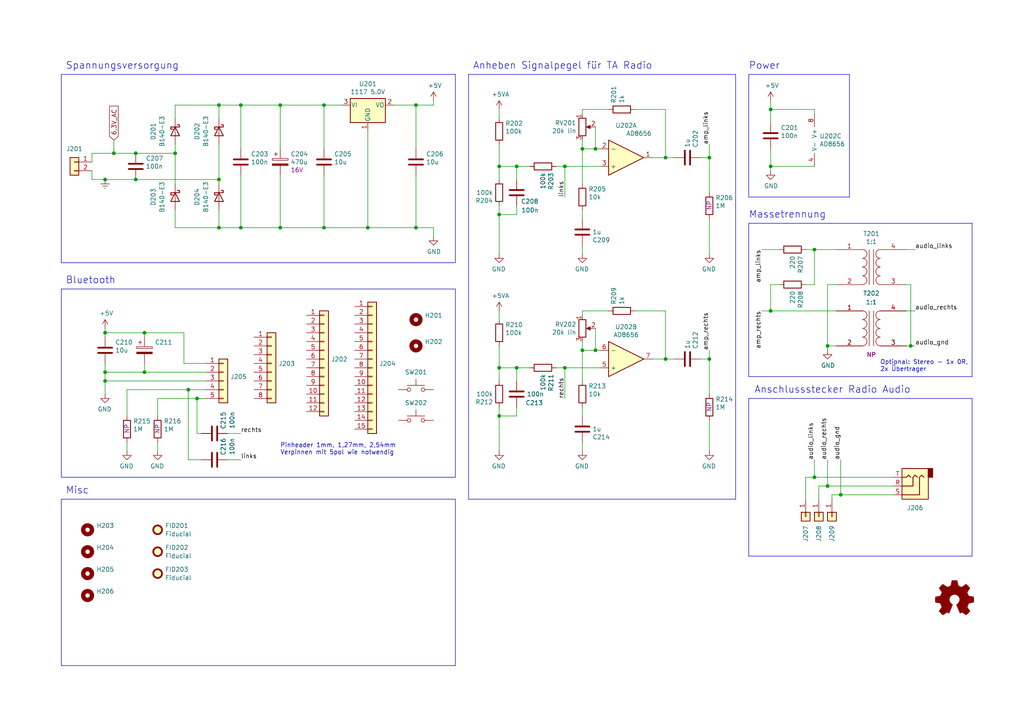
<source format=kicad_sch>
(kicad_sch (version 20230121) (generator eeschema)
  (paper "A4")
  (title_block (title "Reparaturhelfer") (date "2024-01-04") (rev "1-a") (comment 1 "Vereinfachung der Reparatur von Röhrenradios, ") (comment 2 "Erweiterung um Bluetooth."))
  (lib_symbols
    (symbol "Connector:AudioJack3"
      (property "Reference" "J" (at 0 8.89 0))
      (property "Value" "AudioJack3" (at 0 6.35 0))
      (symbol "AudioJack3_1_1"
        (pin passive line (at 5.08 0 180) (length 2.54) (name "~") (number "R"))
        (pin passive line (at 5.08 2.54 180) (length 2.54) (name "~") (number "S"))
        (pin passive line (at 5.08 -2.54 180) (length 2.54) (name "~") (number "T"))
      )
    )
    (symbol "Connector_Generic:Conn_01x01" (pin_names (offset 1.016) hide)
      (property "Reference" "J" (at 0 2.54 0))
      (property "Value" "Conn_01x01" (at 0 -2.54 0))
      (symbol "Conn_01x01_1_1"
        (pin passive line (at -5.08 0 0) (length 3.81) (name "Pin_1") (number "1"))
      )
    )
    (symbol "Connector_Generic:Conn_01x02" (pin_names (offset 1.016) hide)
      (property "Reference" "J" (at 0 2.54 0))
      (property "Value" "Conn_01x02" (at 0 -5.08 0))
      (symbol "Conn_01x02_1_1"
        (pin passive line (at -5.08 0 0) (length 3.81) (name "Pin_1") (number "1"))
        (pin passive line (at -5.08 -2.54 0) (length 3.81) (name "Pin_2") (number "2"))
      )
    )
    (symbol "Connector_Generic:Conn_01x05" (pin_names (offset 1.016) hide)
      (property "Reference" "J" (at 0 7.62 0))
      (property "Value" "Conn_01x05" (at 0 -7.62 0))
      (symbol "Conn_01x05_1_1"
        (pin passive line (at -5.08 5.08 0) (length 3.81) (name "Pin_1") (number "1"))
        (pin passive line (at -5.08 2.54 0) (length 3.81) (name "Pin_2") (number "2"))
        (pin passive line (at -5.08 0 0) (length 3.81) (name "Pin_3") (number "3"))
        (pin passive line (at -5.08 -2.54 0) (length 3.81) (name "Pin_4") (number "4"))
        (pin passive line (at -5.08 -5.08 0) (length 3.81) (name "Pin_5") (number "5"))
      )
    )
    (symbol "Connector_Generic:Conn_01x08" (pin_names (offset 1.016) hide)
      (property "Reference" "J" (at 0 10.16 0))
      (property "Value" "Conn_01x08" (at 0 -12.7 0))
      (symbol "Conn_01x08_1_1"
        (pin passive line (at -5.08 7.62 0) (length 3.81) (name "Pin_1") (number "1"))
        (pin passive line (at -5.08 5.08 0) (length 3.81) (name "Pin_2") (number "2"))
        (pin passive line (at -5.08 2.54 0) (length 3.81) (name "Pin_3") (number "3"))
        (pin passive line (at -5.08 0 0) (length 3.81) (name "Pin_4") (number "4"))
        (pin passive line (at -5.08 -2.54 0) (length 3.81) (name "Pin_5") (number "5"))
        (pin passive line (at -5.08 -5.08 0) (length 3.81) (name "Pin_6") (number "6"))
        (pin passive line (at -5.08 -7.62 0) (length 3.81) (name "Pin_7") (number "7"))
        (pin passive line (at -5.08 -10.16 0) (length 3.81) (name "Pin_8") (number "8"))
      )
    )
    (symbol "Connector_Generic:Conn_01x12" (pin_names (offset 1.016) hide)
      (property "Reference" "J" (at 0 15.24 0))
      (property "Value" "Conn_01x12" (at 0 -17.78 0))
      (symbol "Conn_01x12_1_1"
        (pin passive line (at -5.08 12.7 0) (length 3.81) (name "Pin_1") (number "1"))
        (pin passive line (at -5.08 -10.16 0) (length 3.81) (name "Pin_10") (number "10"))
        (pin passive line (at -5.08 -12.7 0) (length 3.81) (name "Pin_11") (number "11"))
        (pin passive line (at -5.08 -15.24 0) (length 3.81) (name "Pin_12") (number "12"))
        (pin passive line (at -5.08 10.16 0) (length 3.81) (name "Pin_2") (number "2"))
        (pin passive line (at -5.08 7.62 0) (length 3.81) (name "Pin_3") (number "3"))
        (pin passive line (at -5.08 5.08 0) (length 3.81) (name "Pin_4") (number "4"))
        (pin passive line (at -5.08 2.54 0) (length 3.81) (name "Pin_5") (number "5"))
        (pin passive line (at -5.08 0 0) (length 3.81) (name "Pin_6") (number "6"))
        (pin passive line (at -5.08 -2.54 0) (length 3.81) (name "Pin_7") (number "7"))
        (pin passive line (at -5.08 -5.08 0) (length 3.81) (name "Pin_8") (number "8"))
        (pin passive line (at -5.08 -7.62 0) (length 3.81) (name "Pin_9") (number "9"))
      )
    )
    (symbol "Connector_Generic:Conn_01x15" (pin_names (offset 1.016) hide)
      (property "Reference" "J" (at 0 20.32 0))
      (property "Value" "Conn_01x15" (at 0 -20.32 0))
      (symbol "Conn_01x15_1_1"
        (pin passive line (at -5.08 17.78 0) (length 3.81) (name "Pin_1") (number "1"))
        (pin passive line (at -5.08 -5.08 0) (length 3.81) (name "Pin_10") (number "10"))
        (pin passive line (at -5.08 -7.62 0) (length 3.81) (name "Pin_11") (number "11"))
        (pin passive line (at -5.08 -10.16 0) (length 3.81) (name "Pin_12") (number "12"))
        (pin passive line (at -5.08 -12.7 0) (length 3.81) (name "Pin_13") (number "13"))
        (pin passive line (at -5.08 -15.24 0) (length 3.81) (name "Pin_14") (number "14"))
        (pin passive line (at -5.08 -17.78 0) (length 3.81) (name "Pin_15") (number "15"))
        (pin passive line (at -5.08 15.24 0) (length 3.81) (name "Pin_2") (number "2"))
        (pin passive line (at -5.08 12.7 0) (length 3.81) (name "Pin_3") (number "3"))
        (pin passive line (at -5.08 10.16 0) (length 3.81) (name "Pin_4") (number "4"))
        (pin passive line (at -5.08 7.62 0) (length 3.81) (name "Pin_5") (number "5"))
        (pin passive line (at -5.08 5.08 0) (length 3.81) (name "Pin_6") (number "6"))
        (pin passive line (at -5.08 2.54 0) (length 3.81) (name "Pin_7") (number "7"))
        (pin passive line (at -5.08 0 0) (length 3.81) (name "Pin_8") (number "8"))
        (pin passive line (at -5.08 -2.54 0) (length 3.81) (name "Pin_9") (number "9"))
      )
    )
    (symbol "Device:C" (pin_numbers hide) (pin_names (offset 0.254))
      (property "Reference" "C" (at 0.635 2.54 0))
      (property "Value" "C" (at 0.635 -2.54 0))
      (symbol "C_1_1"
        (pin passive line (at 0 3.81 270) (length 2.794) (name "~") (number "1"))
        (pin passive line (at 0 -3.81 90) (length 2.794) (name "~") (number "2"))
      )
    )
    (symbol "Device:R" (pin_numbers hide) (pin_names (offset 0))
      (property "Reference" "R" (at 2.032 0 90))
      (property "Value" "R" (at 0 0 90))
      (symbol "R_1_1"
        (pin passive line (at 0 3.81 270) (length 1.27) (name "~") (number "1"))
        (pin passive line (at 0 -3.81 90) (length 1.27) (name "~") (number "2"))
      )
    )
    (symbol "Device:Transformer_1P_1S" (pin_names (offset 1.016) hide)
      (property "Reference" "T" (at 0 6.35 0))
      (property "Value" "Transformer_1P_1S" (at 0 -7.62 0))
      (symbol "Transformer_1P_1S_1_1"
        (pin passive line (at -10.16 5.08 0) (length 7.62) (name "AA") (number "1"))
        (pin passive line (at -10.16 -5.08 0) (length 7.62) (name "AB") (number "2"))
        (pin passive line (at 10.16 -5.08 180) (length 7.62) (name "SA") (number "3"))
        (pin passive line (at 10.16 5.08 180) (length 7.62) (name "SB") (number "4"))
      )
    )
    (symbol "Diode:B140-E3" (pin_numbers hide) (pin_names hide)
      (property "Reference" "D" (at 0 2.54 0))
      (property "Value" "B140-E3" (at 0 -2.54 0))
      (symbol "B140-E3_1_1"
        (pin passive line (at -3.81 0 0) (length 2.54) (name "K") (number "1"))
        (pin passive line (at 3.81 0 180) (length 2.54) (name "A") (number "2"))
      )
    )
    (symbol "Graphic:Logo_Open_Hardware_Small" (pin_names (offset 1.016)))
    (symbol "Mechanical:Fiducial"
      (property "Reference" "FID" (at 0 5.08 0))
      (property "Value" "Fiducial" (at 0 3.175 0))
    )
    (symbol "Mechanical:MountingHole" (pin_names (offset 1.016))
      (property "Reference" "H" (at 0 5.08 0))
      (property "Value" "MountingHole" (at 0 3.175 0))
    )
    (symbol "Regulator_Linear:AP1117-50" (pin_names (offset 0.254))
      (property "Reference" "U" (at -3.81 3.175 0))
      (property "Value" "AP1117-50" (at 0 3.175 0))
      (symbol "AP1117-50_1_1"
        (pin power_in line (at 0 -7.62 90) (length 2.54) (name "GND") (number "1"))
        (pin power_out line (at 7.62 0 180) (length 2.54) (name "VO") (number "2"))
        (pin power_in line (at -7.62 0 0) (length 2.54) (name "VI") (number "3"))
      )
    )
    (symbol "Switch:SW_Push" (pin_numbers hide) (pin_names (offset 1.016) hide)
      (property "Reference" "SW" (at 1.27 2.54 0))
      (property "Value" "SW_Push" (at 0 -1.524 0))
      (symbol "SW_Push_0_1"
        (pin passive line (at -5.08 0 0) (length 2.54) (name "1") (number "1"))
        (pin passive line (at 5.08 0 180) (length 2.54) (name "2") (number "2"))
      )
    )
    (symbol "power:+5V" (power) (pin_names (offset 0))
      (property "Value" "+5V" (at 0 3.556 0))
      (symbol "+5V_1_1"
        (pin power_in line (at 0 0 90) (length 0) hide (name "+5V") (number "1"))
      )
    )
    (symbol "power:+5VA" (power) (pin_names (offset 0))
      (property "Value" "+5VA" (at 0 3.556 0))
      (symbol "+5VA_1_1"
        (pin power_in line (at 0 0 90) (length 0) hide (name "+5VA") (number "1"))
      )
    )
    (symbol "power:Earth" (power) (pin_names (offset 0))
      (symbol "Earth_1_1"
        (pin power_in line (at 0 0 270) (length 0) hide (name "Earth") (number "1"))
      )
    )
    (symbol "power:GND" (power) (pin_names (offset 0))
      (property "Value" "GND" (at 0 -3.81 0))
      (symbol "GND_1_1"
        (pin power_in line (at 0 0 270) (length 0) hide (name "GND") (number "1"))
      )
    )
    (symbol "saba-fernbedienung-rescue:CP-Device" (pin_numbers hide) (pin_names (offset 0.254))
      (property "Reference" "C" (at 0.635 2.54 0))
      (property "Value" "Device_CP" (at 0.635 -2.54 0))
      (symbol "CP-Device_1_1"
        (pin passive line (at 0 3.81 270) (length 2.794) (name "~") (number "1"))
        (pin passive line (at 0 -3.81 90) (length 2.794) (name "~") (number "2"))
      )
    )
    (symbol "saba-fernbedienung-rescue:Opamp_Dual_Generic-Device"
      (property "Reference" "U" (at 0 5.08 0))
      (property "Value" "Device_Opamp_Dual_Generic" (at 0 -5.08 0))
      (symbol "Opamp_Dual_Generic-Device_1_1"
        (pin output line (at 7.62 0 180) (length 2.54) (name "~") (number "1"))
        (pin input line (at -7.62 -2.54 0) (length 2.54) (name "-") (number "2"))
        (pin input line (at -7.62 2.54 0) (length 2.54) (name "+") (number "3"))
      )
      (symbol "Opamp_Dual_Generic-Device_2_1"
        (pin input line (at -7.62 2.54 0) (length 2.54) (name "+") (number "5"))
        (pin input line (at -7.62 -2.54 0) (length 2.54) (name "-") (number "6"))
        (pin output line (at 7.62 0 180) (length 2.54) (name "~") (number "7"))
      )
      (symbol "Opamp_Dual_Generic-Device_3_1"
        (pin power_in line (at -2.54 -7.62 90) (length 3.81) (name "V-") (number "4"))
        (pin power_in line (at -2.54 7.62 270) (length 3.81) (name "V+") (number "8"))
      )
    )
    (symbol "saba-fernbedienung-rescue:R_POT-Device" (pin_names (offset 1.016) hide)
      (property "Reference" "RV" (at -4.445 0 90))
      (property "Value" "Device_R_POT" (at -2.54 0 90))
      (symbol "R_POT-Device_1_1"
        (pin passive line (at 0 3.81 270) (length 1.27) (name "1") (number "1"))
        (pin passive line (at 3.81 0 180) (length 1.27) (name "2") (number "2"))
        (pin passive line (at 0 -3.81 90) (length 1.27) (name "3") (number "3"))
      )
    )
  )
  (junction (at 168.91 101.6))
  (junction (at 30.48 52.07))
  (junction (at 69.85 66.04))
  (junction (at 236.22 72.39))
  (junction (at 93.98 66.04))
  (junction (at 240.03 100.33))
  (junction (at 69.85 30.48))
  (junction (at 163.83 106.68))
  (junction (at 168.91 43.18))
  (junction (at 144.78 62.23))
  (junction (at 149.86 48.26))
  (junction (at 41.91 107.95))
  (junction (at 63.5 66.04))
  (junction (at 240.03 140.97))
  (junction (at 93.98 30.48))
  (junction (at 30.48 107.95))
  (junction (at 172.72 43.18))
  (junction (at 205.74 45.72))
  (junction (at 243.84 143.51))
  (junction (at 30.48 110.49))
  (junction (at 81.28 30.48))
  (junction (at 236.22 138.43))
  (junction (at 163.83 48.26))
  (junction (at 172.72 101.6))
  (junction (at 193.04 104.14))
  (junction (at 223.52 90.17))
  (junction (at 63.5 52.07))
  (junction (at 50.8 44.45))
  (junction (at 205.74 104.14))
  (junction (at 144.78 48.26))
  (junction (at 41.91 96.52))
  (junction (at 223.52 48.26))
  (junction (at 264.16 100.33))
  (junction (at 81.28 66.04))
  (junction (at 149.86 106.68))
  (junction (at 39.37 52.07))
  (junction (at 120.65 30.48))
  (junction (at 223.52 31.75))
  (junction (at 54.61 113.03))
  (junction (at 39.37 44.45))
  (junction (at 144.78 120.65))
  (junction (at 120.65 66.04))
  (junction (at 106.68 66.04))
  (junction (at 193.04 45.72))
  (junction (at 30.48 96.52))
  (junction (at 33.02 44.45))
  (junction (at 57.15 115.57))
  (junction (at 63.5 30.48))
  (junction (at 144.78 106.68))
  (wire (pts (xy 50.8 53.34) (xy 50.8 44.45)))
  (wire (pts (xy 168.91 31.75) (xy 176.53 31.75)))
  (wire (pts (xy 63.5 66.04) (xy 69.85 66.04)))
  (wire (pts (xy 30.48 110.49) (xy 59.69 110.49)))
  (wire (pts (xy 59.69 105.41) (xy 53.34 105.41)))
  (wire (pts (xy 240.03 140.97) (xy 237.49 140.97)))
  (wire (pts (xy 30.48 95.25) (xy 30.48 96.52)))
  (wire (pts (xy 26.67 44.45) (xy 26.67 46.99)))
  (wire (pts (xy 205.74 41.91) (xy 205.74 45.72)))
  (wire (pts (xy 173.99 101.6) (xy 172.72 101.6)))
  (wire (pts (xy 41.91 105.41) (xy 41.91 107.95)))
  (wire (pts (xy 50.8 66.04) (xy 63.5 66.04)))
  (polyline (pts (xy 132.08 83.82) (xy 132.08 138.43)))
  (wire (pts (xy 240.03 100.33) (xy 240.03 101.6)))
  (wire (pts (xy 81.28 30.48) (xy 93.98 30.48)))
  (wire (pts (xy 33.02 40.64) (xy 33.02 44.45)))
  (wire (pts (xy 149.86 59.69) (xy 149.86 62.23)))
  (polyline (pts (xy 132.08 138.43) (xy 17.78 138.43)))
  (wire (pts (xy 41.91 96.52) (xy 30.48 96.52)))
  (wire (pts (xy 205.74 45.72) (xy 203.2 45.72)))
  (polyline (pts (xy 281.94 161.29) (xy 281.94 115.57)))
  (wire (pts (xy 172.72 101.6) (xy 168.91 101.6)))
  (wire (pts (xy 69.85 30.48) (xy 63.5 30.48)))
  (wire (pts (xy 57.15 115.57) (xy 45.72 115.57)))
  (wire (pts (xy 120.65 43.18) (xy 120.65 30.48)))
  (wire (pts (xy 161.29 106.68) (xy 163.83 106.68)))
  (polyline (pts (xy 246.38 57.15) (xy 217.17 57.15)))
  (polyline (pts (xy 281.94 109.22) (xy 217.17 109.22)))
  (wire (pts (xy 30.48 107.95) (xy 30.48 110.49)))
  (wire (pts (xy 172.72 36.83) (xy 172.72 43.18)))
  (wire (pts (xy 223.52 48.26) (xy 223.52 49.53)))
  (wire (pts (xy 259.08 140.97) (xy 240.03 140.97)))
  (wire (pts (xy 236.22 138.43) (xy 233.68 138.43)))
  (wire (pts (xy 144.78 90.17) (xy 144.78 92.71)))
  (wire (pts (xy 168.91 90.17) (xy 176.53 90.17)))
  (wire (pts (xy 205.74 130.81) (xy 205.74 121.92)))
  (wire (pts (xy 242.57 82.55) (xy 240.03 82.55)))
  (wire (pts (xy 144.78 120.65) (xy 144.78 130.81)))
  (wire (pts (xy 161.29 48.26) (xy 163.83 48.26)))
  (wire (pts (xy 233.68 138.43) (xy 233.68 144.78)))
  (wire (pts (xy 223.52 82.55) (xy 226.06 82.55)))
  (wire (pts (xy 262.89 72.39) (xy 265.43 72.39)))
  (polyline (pts (xy 135.89 21.59) (xy 213.36 21.59)))
  (wire (pts (xy 264.16 82.55) (xy 264.16 100.33)))
  (wire (pts (xy 59.69 113.03) (xy 54.61 113.03)))
  (polyline (pts (xy 132.08 76.2) (xy 17.78 76.2)))
  (wire (pts (xy 220.98 72.39) (xy 226.06 72.39)))
  (wire (pts (xy 59.69 115.57) (xy 57.15 115.57)))
  (wire (pts (xy 205.74 55.88) (xy 205.74 45.72)))
  (wire (pts (xy 36.83 128.27) (xy 36.83 130.81)))
  (wire (pts (xy 242.57 100.33) (xy 240.03 100.33)))
  (wire (pts (xy 262.89 82.55) (xy 264.16 82.55)))
  (wire (pts (xy 93.98 30.48) (xy 99.06 30.48)))
  (wire (pts (xy 189.23 45.72) (xy 193.04 45.72)))
  (wire (pts (xy 66.04 133.35) (xy 69.85 133.35)))
  (wire (pts (xy 149.86 120.65) (xy 144.78 120.65)))
  (wire (pts (xy 39.37 44.45) (xy 50.8 44.45)))
  (polyline (pts (xy 135.89 144.78) (xy 213.36 144.78)))
  (wire (pts (xy 39.37 52.07) (xy 63.5 52.07)))
  (polyline (pts (xy 217.17 161.29) (xy 281.94 161.29)))
  (wire (pts (xy 26.67 52.07) (xy 26.67 49.53)))
  (wire (pts (xy 264.16 100.33) (xy 265.43 100.33)))
  (polyline (pts (xy 217.17 115.57) (xy 217.17 161.29)))
  (polyline (pts (xy 132.08 144.78) (xy 132.08 193.04)))
  (wire (pts (xy 153.67 48.26) (xy 149.86 48.26)))
  (wire (pts (xy 163.83 106.68) (xy 163.83 115.57)))
  (polyline (pts (xy 132.08 21.59) (xy 132.08 76.2)))
  (wire (pts (xy 120.65 30.48) (xy 125.73 30.48)))
  (wire (pts (xy 241.3 143.51) (xy 241.3 144.78)))
  (wire (pts (xy 30.48 52.07) (xy 39.37 52.07)))
  (polyline (pts (xy 246.38 21.59) (xy 246.38 57.15)))
  (wire (pts (xy 193.04 90.17) (xy 184.15 90.17)))
  (wire (pts (xy 125.73 66.04) (xy 125.73 68.58)))
  (wire (pts (xy 168.91 71.12) (xy 168.91 73.66)))
  (wire (pts (xy 63.5 41.91) (xy 63.5 52.07)))
  (wire (pts (xy 149.86 110.49) (xy 149.86 106.68)))
  (wire (pts (xy 149.86 52.07) (xy 149.86 48.26)))
  (wire (pts (xy 168.91 110.49) (xy 168.91 101.6)))
  (wire (pts (xy 93.98 30.48) (xy 93.98 43.18)))
  (wire (pts (xy 144.78 48.26) (xy 144.78 52.07)))
  (wire (pts (xy 163.83 106.68) (xy 173.99 106.68)))
  (wire (pts (xy 30.48 107.95) (xy 41.91 107.95)))
  (wire (pts (xy 30.48 96.52) (xy 30.48 97.79)))
  (polyline (pts (xy 132.08 193.04) (xy 17.78 193.04)))
  (wire (pts (xy 233.68 82.55) (xy 236.22 82.55)))
  (wire (pts (xy 220.98 90.17) (xy 223.52 90.17)))
  (polyline (pts (xy 217.17 64.77) (xy 281.94 64.77)))
  (wire (pts (xy 106.68 38.1) (xy 106.68 66.04)))
  (wire (pts (xy 106.68 66.04) (xy 120.65 66.04)))
  (wire (pts (xy 189.23 104.14) (xy 193.04 104.14)))
  (polyline (pts (xy 213.36 21.59) (xy 213.36 144.78)))
  (wire (pts (xy 45.72 115.57) (xy 45.72 120.65)))
  (wire (pts (xy 54.61 133.35) (xy 58.42 133.35)))
  (polyline (pts (xy 17.78 144.78) (xy 132.08 144.78)))
  (wire (pts (xy 236.22 82.55) (xy 236.22 72.39)))
  (wire (pts (xy 69.85 30.48) (xy 81.28 30.48)))
  (wire (pts (xy 66.04 125.73) (xy 69.85 125.73)))
  (wire (pts (xy 50.8 60.96) (xy 50.8 66.04)))
  (wire (pts (xy 168.91 91.44) (xy 168.91 90.17)))
  (wire (pts (xy 236.22 72.39) (xy 233.68 72.39)))
  (wire (pts (xy 163.83 48.26) (xy 163.83 57.15)))
  (wire (pts (xy 223.52 48.26) (xy 236.22 48.26)))
  (wire (pts (xy 63.5 30.48) (xy 63.5 34.29)))
  (wire (pts (xy 69.85 66.04) (xy 81.28 66.04)))
  (wire (pts (xy 149.86 62.23) (xy 144.78 62.23)))
  (wire (pts (xy 240.03 133.35) (xy 240.03 140.97)))
  (wire (pts (xy 53.34 105.41) (xy 53.34 96.52)))
  (wire (pts (xy 240.03 82.55) (xy 240.03 100.33)))
  (wire (pts (xy 41.91 96.52) (xy 41.91 97.79)))
  (wire (pts (xy 193.04 45.72) (xy 193.04 31.75)))
  (wire (pts (xy 205.74 73.66) (xy 205.74 63.5)))
  (wire (pts (xy 223.52 31.75) (xy 223.52 35.56)))
  (wire (pts (xy 168.91 33.02) (xy 168.91 31.75)))
  (wire (pts (xy 223.52 29.21) (xy 223.52 31.75)))
  (wire (pts (xy 172.72 95.25) (xy 172.72 101.6)))
  (wire (pts (xy 173.99 43.18) (xy 172.72 43.18)))
  (wire (pts (xy 30.48 110.49) (xy 30.48 114.3)))
  (wire (pts (xy 50.8 34.29) (xy 50.8 30.48)))
  (wire (pts (xy 193.04 31.75) (xy 184.15 31.75)))
  (wire (pts (xy 81.28 50.8) (xy 81.28 66.04)))
  (wire (pts (xy 57.15 115.57) (xy 57.15 125.73)))
  (wire (pts (xy 50.8 30.48) (xy 63.5 30.48)))
  (wire (pts (xy 144.78 41.91) (xy 144.78 48.26)))
  (wire (pts (xy 168.91 53.34) (xy 168.91 43.18)))
  (wire (pts (xy 125.73 29.21) (xy 125.73 30.48)))
  (wire (pts (xy 259.08 138.43) (xy 236.22 138.43)))
  (wire (pts (xy 33.02 44.45) (xy 39.37 44.45)))
  (wire (pts (xy 262.89 100.33) (xy 264.16 100.33)))
  (wire (pts (xy 223.52 90.17) (xy 223.52 82.55)))
  (wire (pts (xy 236.22 133.35) (xy 236.22 138.43)))
  (wire (pts (xy 149.86 118.11) (xy 149.86 120.65)))
  (wire (pts (xy 168.91 128.27) (xy 168.91 130.81)))
  (wire (pts (xy 168.91 43.18) (xy 168.91 40.64)))
  (wire (pts (xy 54.61 113.03) (xy 54.61 133.35)))
  (polyline (pts (xy 17.78 76.2) (xy 17.78 21.59)))
  (polyline (pts (xy 17.78 21.59) (xy 132.08 21.59)))
  (wire (pts (xy 69.85 30.48) (xy 69.85 43.18)))
  (wire (pts (xy 144.78 118.11) (xy 144.78 120.65)))
  (polyline (pts (xy 217.17 21.59) (xy 246.38 21.59)))
  (wire (pts (xy 223.52 31.75) (xy 236.22 31.75)))
  (wire (pts (xy 144.78 31.75) (xy 144.78 34.29)))
  (wire (pts (xy 168.91 101.6) (xy 168.91 99.06)))
  (wire (pts (xy 114.3 30.48) (xy 120.65 30.48)))
  (wire (pts (xy 262.89 90.17) (xy 265.43 90.17)))
  (wire (pts (xy 81.28 66.04) (xy 93.98 66.04)))
  (wire (pts (xy 30.48 105.41) (xy 30.48 107.95)))
  (wire (pts (xy 168.91 60.96) (xy 168.91 63.5)))
  (wire (pts (xy 172.72 43.18) (xy 168.91 43.18)))
  (wire (pts (xy 205.74 114.3) (xy 205.74 104.14)))
  (wire (pts (xy 41.91 107.95) (xy 59.69 107.95)))
  (wire (pts (xy 63.5 52.07) (xy 63.5 53.34)))
  (wire (pts (xy 237.49 140.97) (xy 237.49 144.78)))
  (wire (pts (xy 241.3 143.51) (xy 243.84 143.51)))
  (wire (pts (xy 57.15 125.73) (xy 58.42 125.73)))
  (wire (pts (xy 259.08 143.51) (xy 243.84 143.51)))
  (wire (pts (xy 149.86 106.68) (xy 144.78 106.68)))
  (wire (pts (xy 120.65 66.04) (xy 125.73 66.04)))
  (wire (pts (xy 223.52 43.18) (xy 223.52 48.26)))
  (wire (pts (xy 144.78 62.23) (xy 144.78 73.66)))
  (wire (pts (xy 168.91 118.11) (xy 168.91 120.65)))
  (wire (pts (xy 93.98 66.04) (xy 106.68 66.04)))
  (wire (pts (xy 69.85 50.8) (xy 69.85 66.04)))
  (wire (pts (xy 242.57 72.39) (xy 236.22 72.39)))
  (wire (pts (xy 144.78 59.69) (xy 144.78 62.23)))
  (wire (pts (xy 243.84 133.35) (xy 243.84 143.51)))
  (wire (pts (xy 193.04 104.14) (xy 193.04 90.17)))
  (wire (pts (xy 144.78 100.33) (xy 144.78 106.68)))
  (polyline (pts (xy 281.94 64.77) (xy 281.94 109.22)))
  (wire (pts (xy 63.5 60.96) (xy 63.5 66.04)))
  (polyline (pts (xy 17.78 83.82) (xy 132.08 83.82)))
  (wire (pts (xy 153.67 106.68) (xy 149.86 106.68)))
  (polyline (pts (xy 281.94 115.57) (xy 217.17 115.57)))
  (polyline (pts (xy 17.78 138.43) (xy 17.78 83.82)))
  (wire (pts (xy 50.8 44.45) (xy 50.8 41.91)))
  (wire (pts (xy 144.78 106.68) (xy 144.78 110.49)))
  (polyline (pts (xy 135.89 21.59) (xy 135.89 144.78)))
  (polyline (pts (xy 17.78 193.04) (xy 17.78 144.78)))
  (wire (pts (xy 30.48 52.07) (xy 26.67 52.07)))
  (wire (pts (xy 163.83 48.26) (xy 173.99 48.26)))
  (wire (pts (xy 193.04 45.72) (xy 195.58 45.72)))
  (polyline (pts (xy 217.17 109.22) (xy 217.17 64.77)))
  (wire (pts (xy 149.86 48.26) (xy 144.78 48.26)))
  (wire (pts (xy 93.98 50.8) (xy 93.98 66.04)))
  (wire (pts (xy 53.34 96.52) (xy 41.91 96.52)))
  (wire (pts (xy 26.67 44.45) (xy 33.02 44.45)))
  (wire (pts (xy 205.74 104.14) (xy 203.2 104.14)))
  (wire (pts (xy 54.61 113.03) (xy 36.83 113.03)))
  (wire (pts (xy 45.72 128.27) (xy 45.72 130.81)))
  (polyline (pts (xy 217.17 57.15) (xy 217.17 21.59)))
  (wire (pts (xy 120.65 66.04) (xy 120.65 50.8)))
  (wire (pts (xy 205.74 101.6) (xy 205.74 104.14)))
  (wire (pts (xy 81.28 43.18) (xy 81.28 30.48)))
  (wire (pts (xy 193.04 104.14) (xy 195.58 104.14)))
  (wire (pts (xy 236.22 33.02) (xy 236.22 31.75)))
  (wire (pts (xy 223.52 90.17) (xy 242.57 90.17)))
  (wire (pts (xy 36.83 113.03) (xy 36.83 120.65)))
  (text "Anheben Signalpegel für TA Radio" (at 137.16 20.32 0) (effects (font (size 2.0066 2.0066)) (justify left bottom)))
  (text "Anschlussstecker Radio Audio" (at 264.16 114.3 0) (effects (font (size 2.0066 2.0066)) (justify right bottom)))
  (text "Power" (at 217.17 20.32 0) (effects (font (size 2.0066 2.0066)) (justify left bottom)))
  (text "Optional: Stereo - 1x 0R,\n2x Übertrager" (at 255.27 107.95 0) (effects (font (size 1.27 1.27)) (justify left bottom)))
  (text "Massetrennung\n" (at 217.17 63.5 0) (effects (font (size 2.0066 2.0066)) (justify left bottom)))
  (text "Pinheader 1mm, 1,27mm, 2,54mm\nVerpinnen mit 5pol wie notwendig" (at 81.28 132.08 0) (effects (font (size 1.27 1.27)) (justify left bottom)))
  (text "Misc" (at 19.05 143.51 0) (effects (font (size 2.0066 2.0066)) (justify left bottom)))
  (text "Spannungsversorgung" (at 19.05 20.32 0) (effects (font (size 2.0066 2.0066)) (justify left bottom)))
  (text "Bluetooth" (at 19.05 82.55 0) (effects (font (size 2.0066 2.0066)) (justify left bottom)))
  (label "audio_gnd" (at 243.84 133.35 90))
  (label "links" (at 163.83 57.15 90))
  (label "amp_rechts" (at 205.74 101.6 90))
  (label "rechts" (at 163.83 115.57 90))
  (label "audio_links" (at 265.43 72.39 0))
  (label "amp_links" (at 220.98 72.39 270))
  (label "audio_rechts" (at 265.43 90.17 0))
  (label "audio_gnd" (at 265.43 100.33 0))
  (label "audio_links" (at 236.22 133.35 90))
  (label "amp_links" (at 205.74 41.91 90))
  (label "audio_rechts" (at 240.03 133.35 90))
  (label "rechts" (at 69.85 125.73 0))
  (label "links" (at 69.85 133.35 0))
  (label "amp_rechts" (at 220.98 90.17 270))
  (global_label "6,3V_AC" (shape input) (at 33.02 40.64 90) (property "Intersheetrefs" "${INTERSHEET_REFS}" (effects hide)))
  (symbol (lib_id "saba-fernbedienung-rescue:Opamp_Dual_Generic-Device") (at 181.61 45.72 0) (mirror x) (unit 1)
    (property "Reference" "U202" (at 181.61 36.3982 0))
    (property "Value" "AD8656" (at 181.61 38.7096 0) (effects (justify left)))
    (property "Footprint" "Package_SO:SOIC-8_3.9x4.9mm_P1.27mm" (effects hide))
    (property "Datasheet" "https://www.analog.com/media/en/technical-documentation/data-sheets/AD8655_8656.pdf" (effects hide))
    (property "Bauteil" "AD8656ARZ" (effects hide))
  )
  (symbol (lib_id "Device:Transformer_1P_1S") (at 252.73 77.47 0) (unit 1)
    (property "Reference" "T201" (at 252.73 67.7926 0))
    (property "Value" "1:1" (at 252.73 70.104 0))
    (property "Footprint" "local:Transformer_NF_EI14" (effects hide))
  )
  (symbol (lib_id "Connector_Generic:Conn_01x15") (at 107.95 106.68 0) (unit 1)
    (property "Reference" "J204" (at 109.982 105.4679 0) (effects (justify left)))
    (property "Value" "Conn_01x15" (effects hide))
    (property "Footprint" "Connector_PinHeader_1.00mm:PinHeader_1x15_P1.00mm_Vertical" (effects hide))
  )
  (symbol (lib_id "Device:R") (at 168.91 114.3 180) (unit 1)
    (property "Reference" "R213" (at 170.688 111.9886 0) (effects (justify right)))
    (property "Value" "10k" (at 170.688 114.3 0) (effects (justify right)))
    (property "Footprint" "Resistor_SMD:R_0603_1608Metric" (effects hide))
  )
  (symbol (lib_id "Mechanical:Fiducial") (at 45.72 160.02 0) (unit 1)
    (property "Reference" "FID202" (at 47.879 158.8079 0) (effects (justify left)))
    (property "Value" "Fiducial" (at 47.879 161.2321 0) (effects (justify left)))
  )
  (symbol (lib_id "Switch:SW_Push") (at 120.65 121.92 0) (unit 1)
    (property "Reference" "SW202" (at 120.65 116.84 0))
    (property "Value" "SW_Push" (effects hide))
    (property "Footprint" "Button_Switch_THT:SW_PUSH_6mm" (effects hide))
  )
  (symbol (lib_id "Connector:AudioJack3") (at 264.16 140.97 180) (unit 1)
    (property "Reference" "J206" (at 265.43 147.32 0))
    (property "Value" "AudioJack3" (effects hide))
    (property "Footprint" "Connector_Audio:Jack_3.5mm_CUI_SJ1-3523N_Horizontal" (effects hide))
    (property "Datasheet" "https://www.farnell.com/datasheets/2028381.pdf" (effects hide))
    (property "Bauteil" "CLIFF FC68131" (effects hide))
  )
  (symbol (lib_id "power:+5VA") (at 144.78 90.17 0) (unit 1)
    (property "Reference" "#PWR0210" (effects hide))
    (property "Value" "+5VA" (at 145.161 85.7758 0))
  )
  (symbol (lib_id "Diode:B140-E3") (at 50.8 38.1 270) (unit 1)
    (property "Reference" "D201" (at 44.45 38.1 0))
    (property "Value" "B140-E3" (at 46.99 38.1 0))
    (property "Footprint" "Diode_SMD:D_SMA" (effects hide))
    (property "Datasheet" "http://www.vishay.com/docs/88946/b120.pdf" (effects hide))
    (property "Bauteil" "Vishay B140-E3/61T" (effects hide))
  )
  (symbol (lib_id "power:+5V") (at 223.52 29.21 0) (unit 1)
    (property "Reference" "#PWR0202" (effects hide))
    (property "Value" "+5V" (at 223.901 24.8158 0))
  )
  (symbol (lib_id "Mechanical:MountingHole") (at 25.4 160.02 0) (unit 1)
    (property "Reference" "H204" (at 27.94 158.8079 0) (effects (justify left)))
    (property "Value" "MountingHole" (effects hide))
    (property "Footprint" "MountingHole:MountingHole_4.3mm_M4" (effects hide))
  )
  (symbol (lib_id "Device:R") (at 157.48 48.26 90) (unit 1)
    (property "Reference" "R203" (at 159.7914 50.038 0) (effects (justify right)))
    (property "Value" "100k" (at 157.48 50.038 0) (effects (justify right)))
    (property "Footprint" "Resistor_SMD:R_0603_1608Metric" (effects hide))
  )
  (symbol (lib_id "Device:R") (at 205.74 59.69 180) (unit 1)
    (property "Reference" "R206" (at 207.518 57.3786 0) (effects (justify right)))
    (property "Value" "1M" (at 207.518 59.69 0) (effects (justify right)))
    (property "Footprint" "Resistor_SMD:R_0603_1608Metric" (effects hide))
    (property "Placement" "NP" (at 205.74 60.96 90) (effects (justify right)))
  )
  (symbol (lib_id "Device:C") (at 39.37 48.26 0) (unit 1)
    (property "Reference" "C207" (at 42.291 45.9486 0) (effects (justify left)))
    (property "Value" "100n" (at 42.291 48.26 0) (effects (justify left)))
    (property "Footprint" "Capacitor_SMD:C_0603_1608Metric" (effects hide))
    (property "Bauteil" "WE 885382206004" (effects hide))
  )
  (symbol (lib_id "Device:R") (at 180.34 31.75 270) (unit 1)
    (property "Reference" "R201" (at 178.0286 29.972 0) (effects (justify right)))
    (property "Value" "1k" (at 180.34 29.972 0) (effects (justify right)))
    (property "Footprint" "Resistor_SMD:R_0603_1608Metric" (effects hide))
  )
  (symbol (lib_id "Device:R") (at 144.78 38.1 180) (unit 1)
    (property "Reference" "R202" (at 146.558 35.7886 0) (effects (justify right)))
    (property "Value" "100k" (at 146.558 38.1 0) (effects (justify right)))
    (property "Footprint" "Resistor_SMD:R_0603_1608Metric" (effects hide))
  )
  (symbol (lib_id "Diode:B140-E3") (at 63.5 38.1 270) (unit 1)
    (property "Reference" "D202" (at 57.15 38.1 0))
    (property "Value" "B140-E3" (at 59.69 38.1 0))
    (property "Footprint" "Diode_SMD:D_SMA" (effects hide))
    (property "Datasheet" "http://www.vishay.com/docs/88946/b120.pdf" (effects hide))
    (property "Bauteil" "Vishay B140-E3/61T" (effects hide))
  )
  (symbol (lib_id "Device:C") (at 149.86 55.88 180) (unit 1)
    (property "Reference" "C208" (at 156.21 58.42 0) (effects (justify left)))
    (property "Value" "100n" (at 156.21 60.96 0) (effects (justify left)))
    (property "Footprint" "Capacitor_SMD:C_0603_1608Metric" (effects hide))
    (property "Bauteil" "WE 885382206004" (effects hide))
  )
  (symbol (lib_id "Connector_Generic:Conn_01x01") (at 237.49 149.86 90) (mirror x) (unit 1)
    (property "Reference" "J208" (at 237.49 152.4 0) (effects (justify left)))
    (property "Value" "Conn_01x01" (effects hide))
    (property "Footprint" "Connector_PinHeader_2.54mm:PinHeader_1x01_P2.54mm_Vertical" (effects hide))
  )
  (symbol (lib_id "Device:R") (at 229.87 72.39 90) (unit 1)
    (property "Reference" "R207" (at 232.1814 74.168 0) (effects (justify right)))
    (property "Value" "220" (at 229.87 74.168 0) (effects (justify right)))
    (property "Footprint" "Resistor_SMD:R_0603_1608Metric" (effects hide))
  )
  (symbol (lib_id "Device:R") (at 229.87 82.55 90) (unit 1)
    (property "Reference" "R208" (at 232.1814 84.328 0) (effects (justify right)))
    (property "Value" "220" (at 229.87 84.328 0) (effects (justify right)))
    (property "Footprint" "Resistor_SMD:R_0603_1608Metric" (effects hide))
  )
  (symbol (lib_id "power:+5V") (at 30.48 95.25 0) (unit 1)
    (property "Reference" "#PWR0211" (effects hide))
    (property "Value" "+5V" (at 30.861 90.8558 0))
  )
  (symbol (lib_id "power:GND") (at 205.74 73.66 0) (mirror y) (unit 1)
    (property "Reference" "#PWR0209" (effects hide))
    (property "Value" "GND" (at 205.613 78.0542 0))
  )
  (symbol (lib_id "Device:C") (at 149.86 114.3 0) (unit 1)
    (property "Reference" "C213" (at 152.4 116.84 0) (effects (justify left)))
    (property "Value" "100n" (at 152.781 114.3 0) (effects (justify left)))
    (property "Footprint" "Capacitor_SMD:C_0603_1608Metric" (effects hide))
    (property "Bauteil" "WE 885382206004" (effects hide))
  )
  (symbol (lib_id "power:GND") (at 125.73 68.58 0) (unit 1)
    (property "Reference" "#PWR0206" (effects hide))
    (property "Value" "GND" (at 125.857 72.9742 0))
  )
  (symbol (lib_id "Device:C") (at 69.85 46.99 0) (unit 1)
    (property "Reference" "C203" (at 72.771 44.6786 0) (effects (justify left)))
    (property "Value" "100n" (at 72.771 46.99 0) (effects (justify left)))
    (property "Footprint" "Capacitor_SMD:C_0603_1608Metric" (effects hide))
    (property "Bauteil" "WE 885382206004" (effects hide))
  )
  (symbol (lib_id "Connector_Generic:Conn_01x01") (at 241.3 149.86 90) (mirror x) (unit 1)
    (property "Reference" "J209" (at 241.3 152.4 0) (effects (justify left)))
    (property "Value" "Conn_01x01" (effects hide))
    (property "Footprint" "Connector_PinHeader_2.54mm:PinHeader_1x01_P2.54mm_Vertical" (effects hide))
  )
  (symbol (lib_id "Mechanical:MountingHole") (at 25.4 172.72 0) (unit 1)
    (property "Reference" "H206" (at 27.94 171.5079 0) (effects (justify left)))
    (property "Value" "MountingHole" (effects hide))
    (property "Footprint" "MountingHole:MountingHole_4.3mm_M4" (effects hide))
  )
  (symbol (lib_id "power:GND") (at 240.03 101.6 0) (unit 1)
    (property "Reference" "#PWR0212" (effects hide))
    (property "Value" "GND" (at 240.157 105.9942 0))
  )
  (symbol (lib_id "saba-fernbedienung-rescue:R_POT-Device") (at 168.91 36.83 0) (unit 1)
    (property "Reference" "RV201" (at 167.1574 35.6616 0) (effects (justify right)))
    (property "Value" "20k lin" (at 167.1574 37.973 0) (effects (justify right)))
    (property "Footprint" "Potentiometer_SMD:Potentiometer_Vishay_TS53YL_Vertical" (effects hide))
    (property "Bauteil" "Vishay TS53YL203MR10" (effects hide))
  )
  (symbol (lib_id "Mechanical:MountingHole") (at 25.4 166.37 0) (unit 1)
    (property "Reference" "H205" (at 27.94 165.1579 0) (effects (justify left)))
    (property "Value" "MountingHole" (effects hide))
    (property "Footprint" "MountingHole:MountingHole_4.3mm_M4" (effects hide))
  )
  (symbol (lib_id "Device:R") (at 144.78 55.88 0) (unit 1)
    (property "Reference" "R204" (at 143.002 58.1914 0) (effects (justify right)))
    (property "Value" "100k" (at 143.002 55.88 0) (effects (justify right)))
    (property "Footprint" "Resistor_SMD:R_0603_1608Metric" (effects hide))
  )
  (symbol (lib_id "power:GND") (at 205.74 130.81 0) (mirror y) (unit 1)
    (property "Reference" "#PWR0218" (effects hide))
    (property "Value" "GND" (at 205.613 135.2042 0))
  )
  (symbol (lib_id "Mechanical:MountingHole") (at 25.4 153.67 0) (unit 1)
    (property "Reference" "H203" (at 27.94 152.4579 0) (effects (justify left)))
    (property "Value" "MountingHole" (effects hide))
    (property "Footprint" "MountingHole:MountingHole_4.3mm_M4" (effects hide))
  )
  (symbol (lib_id "Device:R") (at 45.72 124.46 180) (unit 1)
    (property "Reference" "R216" (at 47.498 122.1486 0) (effects (justify right)))
    (property "Value" "1M" (at 47.498 124.46 0) (effects (justify right)))
    (property "Footprint" "Resistor_SMD:R_0603_1608Metric" (effects hide))
    (property "Placement" "NP" (at 45.72 125.73 90) (effects (justify right)))
  )
  (symbol (lib_id "power:GND") (at 223.52 49.53 0) (unit 1)
    (property "Reference" "#PWR0204" (effects hide))
    (property "Value" "GND" (at 223.647 53.9242 0))
  )
  (symbol (lib_id "saba-fernbedienung-rescue:CP-Device") (at 81.28 46.99 0) (unit 1)
    (property "Reference" "C204" (at 84.2772 44.6786 0) (effects (justify left)))
    (property "Value" "470u" (at 84.2772 46.99 0) (effects (justify left)))
    (property "Footprint" "Capacitor_THT:CP_Radial_D8.0mm_P5.00mm" (effects hide))
    (property "Voltage" "16V" (at 84.2772 49.3014 0) (effects (justify left)))
  )
  (symbol (lib_id "Device:R") (at 205.74 118.11 180) (unit 1)
    (property "Reference" "R214" (at 207.518 115.7986 0) (effects (justify right)))
    (property "Value" "1M" (at 207.518 118.11 0) (effects (justify right)))
    (property "Footprint" "Resistor_SMD:R_0603_1608Metric" (effects hide))
    (property "Placement" "NP" (at 205.74 119.38 90) (effects (justify right)))
  )
  (symbol (lib_id "Device:C") (at 120.65 46.99 0) (unit 1)
    (property "Reference" "C206" (at 123.571 44.6786 0) (effects (justify left)))
    (property "Value" "10u" (at 123.571 46.99 0) (effects (justify left)))
    (property "Footprint" "Capacitor_SMD:C_1206_3216Metric" (effects hide))
    (property "Bauteil" "WE 885012208069" (effects hide))
  )
  (symbol (lib_id "Device:Transformer_1P_1S") (at 252.73 95.25 0) (unit 1)
    (property "Reference" "T202" (at 252.73 85.09 0))
    (property "Value" "1:1" (at 252.73 87.63 0))
    (property "Footprint" "local:Transformer_NF_EI14" (effects hide))
    (property "Placement" "NP" (at 252.73 102.87 0))
  )
  (symbol (lib_id "Device:R") (at 168.91 57.15 180) (unit 1)
    (property "Reference" "R205" (at 170.688 54.8386 0) (effects (justify right)))
    (property "Value" "10k" (at 170.688 57.15 0) (effects (justify right)))
    (property "Footprint" "Resistor_SMD:R_0603_1608Metric" (effects hide))
  )
  (symbol (lib_id "Mechanical:Fiducial") (at 45.72 153.67 0) (unit 1)
    (property "Reference" "FID201" (at 47.879 152.4579 0) (effects (justify left)))
    (property "Value" "Fiducial" (at 47.879 154.8821 0) (effects (justify left)))
  )
  (symbol (lib_id "Connector_Generic:Conn_01x01") (at 233.68 149.86 90) (mirror x) (unit 1)
    (property "Reference" "J207" (at 233.68 152.4 0) (effects (justify left)))
    (property "Value" "Conn_01x01" (effects hide))
    (property "Footprint" "Connector_PinHeader_2.54mm:PinHeader_1x01_P2.54mm_Vertical" (effects hide))
  )
  (symbol (lib_id "Connector_Generic:Conn_01x02") (at 21.59 46.99 0) (mirror y) (unit 1)
    (property "Reference" "J201" (at 21.59 43.18 0))
    (property "Value" "Conn_01x02" (effects hide))
    (property "Footprint" "Connector_PinHeader_2.54mm:PinHeader_1x02_P2.54mm_Vertical" (effects hide))
  )
  (symbol (lib_id "saba-fernbedienung-rescue:Opamp_Dual_Generic-Device") (at 238.76 40.64 0) (unit 3)
    (property "Reference" "U202" (at 237.6932 39.4716 0) (effects (justify left)))
    (property "Value" "AD8656" (at 237.6932 41.783 0) (effects (justify left)))
    (property "Footprint" "Package_SO:SOIC-8_3.9x4.9mm_P1.27mm" (effects hide))
    (property "Datasheet" "https://www.analog.com/media/en/technical-documentation/data-sheets/AD8655_8656.pdf" (effects hide))
    (property "Bauteil" "AD8656ARZ" (effects hide))
  )
  (symbol (lib_id "Device:C") (at 62.23 125.73 270) (unit 1)
    (property "Reference" "C215" (at 64.77 119.38 0) (effects (justify left)))
    (property "Value" "100n" (at 67.31 119.38 0) (effects (justify left)))
    (property "Footprint" "Capacitor_SMD:C_0603_1608Metric" (effects hide))
    (property "Bauteil" "WE 885382206004" (effects hide))
  )
  (symbol (lib_id "power:GND") (at 30.48 114.3 0) (mirror y) (unit 1)
    (property "Reference" "#PWR0213" (effects hide))
    (property "Value" "GND" (at 30.353 118.6942 0))
  )
  (symbol (lib_id "Device:C") (at 93.98 46.99 0) (unit 1)
    (property "Reference" "C205" (at 96.901 44.6786 0) (effects (justify left)))
    (property "Value" "10u" (at 96.901 46.99 0) (effects (justify left)))
    (property "Footprint" "Capacitor_SMD:C_1206_3216Metric" (effects hide))
    (property "Bauteil" "WE 885012208069" (effects hide))
  )
  (symbol (lib_id "Device:C") (at 199.39 104.14 270) (mirror x) (unit 1)
    (property "Reference" "C212" (at 201.7014 101.219 0) (effects (justify left)))
    (property "Value" "1u" (at 199.39 101.219 0) (effects (justify left)))
    (property "Footprint" "Capacitor_SMD:C_0805_2012Metric" (effects hide))
    (property "Bauteil" "WE 885012207078" (effects hide))
  )
  (symbol (lib_id "power:GND") (at 36.83 130.81 0) (mirror y) (unit 1)
    (property "Reference" "#PWR0214" (effects hide))
    (property "Value" "GND" (at 36.703 135.2042 0))
  )
  (symbol (lib_id "Device:R") (at 36.83 124.46 180) (unit 1)
    (property "Reference" "R215" (at 38.608 122.1486 0) (effects (justify right)))
    (property "Value" "1M" (at 38.608 124.46 0) (effects (justify right)))
    (property "Footprint" "Resistor_SMD:R_0603_1608Metric" (effects hide))
    (property "Placement" "NP" (at 36.83 125.73 90) (effects (justify right)))
  )
  (symbol (lib_id "Connector_Generic:Conn_01x12") (at 93.98 104.14 0) (unit 1)
    (property "Reference" "J202" (at 96.012 104.1979 0) (effects (justify left)))
    (property "Value" "Conn_01x12" (effects hide))
    (property "Footprint" "Connector_PinHeader_1.27mm:PinHeader_1x12_P1.27mm_Vertical" (effects hide))
  )
  (symbol (lib_id "Mechanical:Fiducial") (at 45.72 166.37 0) (unit 1)
    (property "Reference" "FID203" (at 47.879 165.1579 0) (effects (justify left)))
    (property "Value" "Fiducial" (at 47.879 167.5821 0) (effects (justify left)))
  )
  (symbol (lib_id "Device:C") (at 199.39 45.72 270) (mirror x) (unit 1)
    (property "Reference" "C202" (at 201.7014 42.799 0) (effects (justify left)))
    (property "Value" "1u" (at 199.39 42.799 0) (effects (justify left)))
    (property "Footprint" "Capacitor_SMD:C_0805_2012Metric" (effects hide))
    (property "Bauteil" "WE 885012207078" (effects hide))
  )
  (symbol (lib_id "power:GND") (at 144.78 130.81 0) (mirror y) (unit 1)
    (property "Reference" "#PWR0216" (effects hide))
    (property "Value" "GND" (at 144.653 135.2042 0))
  )
  (symbol (lib_id "saba-fernbedienung-rescue:Opamp_Dual_Generic-Device") (at 181.61 104.14 0) (mirror x) (unit 2)
    (property "Reference" "U202" (at 181.61 94.8182 0))
    (property "Value" "AD8656" (at 181.61 97.1296 0))
    (property "Footprint" "Package_SO:SOIC-8_3.9x4.9mm_P1.27mm" (effects hide))
    (property "Datasheet" "https://www.analog.com/media/en/technical-documentation/data-sheets/AD8655_8656.pdf" (effects hide))
    (property "Bauteil" "AD8656ARZ" (effects hide))
  )
  (symbol (lib_id "Device:C") (at 30.48 101.6 0) (unit 1)
    (property "Reference" "C210" (at 33.401 99.2886 0) (effects (justify left)))
    (property "Value" "10u" (at 33.401 101.6 0) (effects (justify left)))
    (property "Footprint" "Capacitor_SMD:C_1206_3216Metric" (effects hide))
    (property "Bauteil" "WE 885012208069" (effects hide))
  )
  (symbol (lib_id "power:+5VA") (at 144.78 31.75 0) (unit 1)
    (property "Reference" "#PWR0203" (effects hide))
    (property "Value" "+5VA" (at 145.161 27.3558 0))
  )
  (symbol (lib_id "Mechanical:MountingHole") (at 120.65 100.33 0) (unit 1)
    (property "Reference" "H202" (at 123.19 99.1179 0) (effects (justify left)))
    (property "Value" "MountingHole" (effects hide))
    (property "Footprint" "MountingHole:MountingHole_3.2mm_M3" (effects hide))
  )
  (symbol (lib_id "power:GND") (at 45.72 130.81 0) (mirror y) (unit 1)
    (property "Reference" "#PWR0215" (effects hide))
    (property "Value" "GND" (at 45.593 135.2042 0))
  )
  (symbol (lib_id "Graphic:Logo_Open_Hardware_Small") (at 276.86 173.99 0) (unit 1)
    (property "Reference" "#LOGO201" (effects hide))
    (property "Value" "Logo_Open_Hardware_Small" (effects hide))
  )
  (symbol (lib_id "saba-fernbedienung-rescue:R_POT-Device") (at 168.91 95.25 0) (unit 1)
    (property "Reference" "RV202" (at 167.1574 94.0816 0) (effects (justify right)))
    (property "Value" "20k lin" (at 167.1574 96.393 0) (effects (justify right)))
    (property "Footprint" "Potentiometer_SMD:Potentiometer_Vishay_TS53YL_Vertical" (effects hide))
    (property "Bauteil" "Vishay TS53YL203MR10" (effects hide))
  )
  (symbol (lib_id "Device:C") (at 168.91 67.31 0) (mirror x) (unit 1)
    (property "Reference" "C209" (at 171.831 69.6214 0) (effects (justify left)))
    (property "Value" "1u" (at 171.831 67.31 0) (effects (justify left)))
    (property "Footprint" "Capacitor_SMD:C_0805_2012Metric" (effects hide))
    (property "Bauteil" "WE 885012207078" (effects hide))
  )
  (symbol (lib_id "Connector_Generic:Conn_01x05") (at 64.77 110.49 0) (unit 1)
    (property "Reference" "J205" (at 66.802 109.2779 0) (effects (justify left)))
    (property "Value" "Conn_01x05" (effects hide))
    (property "Footprint" "Connector_PinHeader_2.54mm:PinHeader_1x05_P2.54mm_Vertical" (effects hide))
  )
  (symbol (lib_id "Switch:SW_Push") (at 120.65 113.03 0) (unit 1)
    (property "Reference" "SW201" (at 120.65 107.95 0))
    (property "Value" "SW_Push" (effects hide))
    (property "Footprint" "Button_Switch_THT:SW_PUSH_6mm" (effects hide))
  )
  (symbol (lib_id "Diode:B140-E3") (at 63.5 57.15 270) (unit 1)
    (property "Reference" "D204" (at 57.15 57.15 0))
    (property "Value" "B140-E3" (at 59.69 57.15 0))
    (property "Footprint" "Diode_SMD:D_SMA" (effects hide))
    (property "Datasheet" "http://www.vishay.com/docs/88946/b120.pdf" (effects hide))
    (property "Bauteil" "Vishay B140-E3/61T" (effects hide))
  )
  (symbol (lib_id "saba-fernbedienung-rescue:CP-Device") (at 41.91 101.6 0) (unit 1)
    (property "Reference" "C211" (at 44.9072 99.2886 0) (effects (justify left)))
    (property "Footprint" "Capacitor_THT:CP_Radial_D5.0mm_P2.50mm" (effects hide))
  )
  (symbol (lib_id "Diode:B140-E3") (at 50.8 57.15 270) (unit 1)
    (property "Reference" "D203" (at 44.45 57.15 0))
    (property "Value" "B140-E3" (at 46.99 57.15 0))
    (property "Footprint" "Diode_SMD:D_SMA" (effects hide))
    (property "Datasheet" "http://www.vishay.com/docs/88946/b120.pdf" (effects hide))
    (property "Bauteil" "Vishay B140-E3/61T" (effects hide))
  )
  (symbol (lib_id "power:Earth") (at 30.48 52.07 0) (unit 1)
    (property "Reference" "#PWR0205" (effects hide))
    (property "Value" "Earth" (effects hide))
  )
  (symbol (lib_id "power:GND") (at 168.91 130.81 0) (mirror y) (unit 1)
    (property "Reference" "#PWR0217" (effects hide))
    (property "Value" "GND" (at 168.783 135.2042 0))
  )
  (symbol (lib_id "Device:C") (at 168.91 124.46 0) (mirror x) (unit 1)
    (property "Reference" "C214" (at 171.831 126.7714 0) (effects (justify left)))
    (property "Value" "1u" (at 171.831 124.46 0) (effects (justify left)))
    (property "Footprint" "Capacitor_SMD:C_0805_2012Metric" (effects hide))
    (property "Bauteil" "WE 885012207078" (effects hide))
  )
  (symbol (lib_id "Device:R") (at 144.78 96.52 180) (unit 1)
    (property "Reference" "R210" (at 146.558 94.2086 0) (effects (justify right)))
    (property "Value" "100k" (at 146.558 96.52 0) (effects (justify right)))
    (property "Footprint" "Resistor_SMD:R_0603_1608Metric" (effects hide))
  )
  (symbol (lib_id "power:GND") (at 144.78 73.66 0) (mirror y) (unit 1)
    (property "Reference" "#PWR0207" (effects hide))
    (property "Value" "GND" (at 144.653 78.0542 0))
  )
  (symbol (lib_id "Device:C") (at 223.52 39.37 0) (unit 1)
    (property "Reference" "C201" (at 226.441 37.0586 0) (effects (justify left)))
    (property "Value" "100n" (at 226.441 39.37 0) (effects (justify left)))
    (property "Footprint" "Capacitor_SMD:C_0603_1608Metric" (effects hide))
    (property "Bauteil" "WE 885382206004" (effects hide))
  )
  (symbol (lib_id "Connector_Generic:Conn_01x08") (at 78.74 105.41 0) (unit 1)
    (property "Reference" "J203" (at 80.772 105.4679 0) (effects (justify left)))
    (property "Value" "Conn_01x08" (effects hide))
    (property "Footprint" "Connector_PinHeader_2.54mm:PinHeader_1x08_P2.54mm_Vertical" (effects hide))
  )
  (symbol (lib_id "Regulator_Linear:AP1117-50") (at 106.68 30.48 0) (unit 1)
    (property "Reference" "U201" (at 106.68 24.3332 0))
    (property "Value" "1117 5.0V" (at 106.68 26.6446 0))
    (property "Footprint" "Package_TO_SOT_SMD:TO-252-3_TabPin2" (effects hide))
    (property "Bauteil" "LD1117DT50CTR" (effects hide))
  )
  (symbol (lib_id "Device:R") (at 180.34 90.17 270) (unit 1)
    (property "Reference" "R209" (at 178.0286 88.392 0) (effects (justify right)))
    (property "Value" "1k" (at 180.34 88.392 0) (effects (justify right)))
    (property "Footprint" "Resistor_SMD:R_0603_1608Metric" (effects hide))
  )
  (symbol (lib_id "Device:C") (at 62.23 133.35 270) (unit 1)
    (property "Reference" "C216" (at 64.77 127 0) (effects (justify left)))
    (property "Value" "100n" (at 67.31 127 0) (effects (justify left)))
    (property "Footprint" "Capacitor_SMD:C_0603_1608Metric" (effects hide))
    (property "Bauteil" "WE 885382206004" (effects hide))
  )
  (symbol (lib_id "Device:R") (at 144.78 114.3 0) (unit 1)
    (property "Reference" "R212" (at 143.002 116.6114 0) (effects (justify right)))
    (property "Value" "100k" (at 143.002 114.3 0) (effects (justify right)))
    (property "Footprint" "Resistor_SMD:R_0603_1608Metric" (effects hide))
  )
  (symbol (lib_id "Device:R") (at 157.48 106.68 90) (unit 1)
    (property "Reference" "R211" (at 159.7914 108.458 0) (effects (justify right)))
    (property "Value" "100k" (at 157.48 108.458 0) (effects (justify right)))
    (property "Footprint" "Resistor_SMD:R_0603_1608Metric" (effects hide))
  )
  (symbol (lib_id "Mechanical:MountingHole") (at 120.65 92.71 0) (unit 1)
    (property "Reference" "H201" (at 123.19 91.4979 0) (effects (justify left)))
    (property "Value" "MountingHole" (effects hide))
    (property "Footprint" "MountingHole:MountingHole_3.2mm_M3" (effects hide))
  )
  (symbol (lib_id "power:GND") (at 168.91 73.66 0) (mirror y) (unit 1)
    (property "Reference" "#PWR0208" (effects hide))
    (property "Value" "GND" (at 168.783 78.0542 0))
  )
  (symbol (lib_id "power:+5V") (at 125.73 29.21 0) (unit 1)
    (property "Reference" "#PWR0201" (effects hide))
    (property "Value" "+5V" (at 126.111 24.8158 0))
  )
)
</source>
